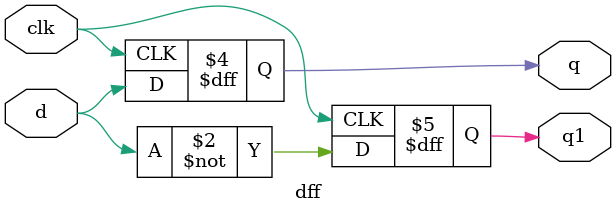
<source format=v>
module dff(q, q1,d,clk);
output q,q1;
input d,clk;
reg q,q1;
initial 
	begin
		q=1'b0;
		q1=1'b1;
	end
always @(posedge clk)
begin
		q<=d;
		q1<=~d;

end
endmodule
</source>
